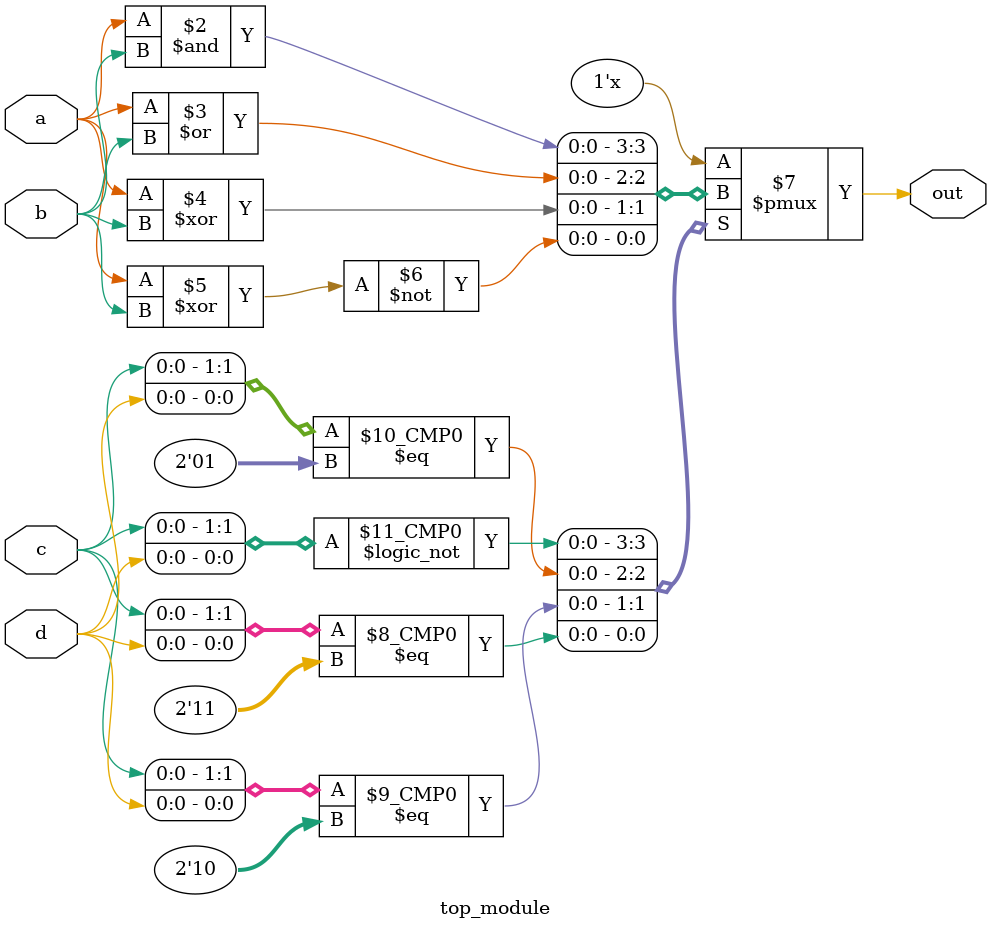
<source format=sv>
module top_module (
	input a, 
	input b,
	input c,
	input d,
	output reg out
);

	always @(a or b or c or d) begin
		case({c,d})
			2'b00: out = a & b;
			2'b01: out = a | b;
			2'b10: out = a ^ b;
			2'b11: out = ~(a ^ b);
		endcase
	end

endmodule

</source>
